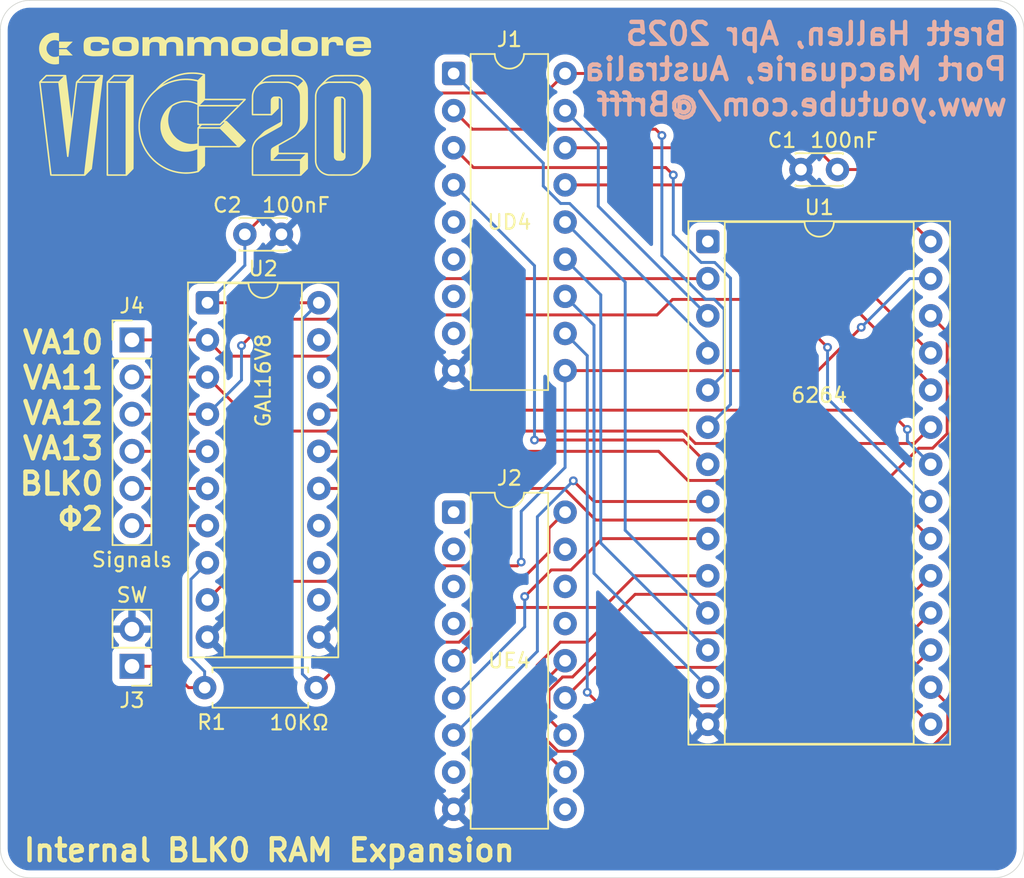
<source format=kicad_pcb>
(kicad_pcb (version 20241229) (generator "pcbnew") (generator_version "9.0")
  (title_block (title "Commodore VIC-20 BLK0 RAM Expansion ") (date "25-Apr-2025") (rev "A") (company "Brett Hallen") (comment 1 "www.youtube.com/@Brfff") (comment 2 ">>> UNTESTED <<<"))
  (layers (0 "F.Cu" signal) (2 "B.Cu" signal) (13 "F.Paste" user) (15 "B.Paste" user) (5 "F.SilkS" user "F.Silkscreen") (7 "B.SilkS" user "B.Silkscreen") (1 "F.Mask" user) (3 "B.Mask" user) (25 "Edge.Cuts" user))
  (net 0 "")
  (net 1 "+5V")
  (net 2 "GND")
  (net 3 "VA4")
  (net 4 "VA3")
  (net 5 "VA5")
  (net 6 "VA2")
  (net 7 "VA0")
  (net 8 "VA8")
  (net 9 "BD1")
  (net 10 "BD2")
  (net 11 "BD3")
  (net 12 "VA6")
  (net 14 "BD0")
  (net 15 "VA7")
  (net 16 "VR{slash}W")
  (net 17 "VA1")
  (net 18 "VA9")
  (net 19 "BD7")
  (net 20 "BD6")
  (net 25 "BD5")
  (net 28 "BD4")
  (net 32 "S")
  (net 33 "BLK0{slash}G2A")
  (net 34 "VA12")
  (net 35 "VA10")
  (net 36 "VA13{slash}G1")
  (net 37 "Φ2")
  (net 38 "VA11")
  (net 39 "~{CS1}")
  (net 40 "~{ΟΕ}")
  (net 41 "CS2")
  (footprint "Connector_PinHeader_2.54mm:PinHeader_1x06_P2.54mm_Vertical" (layer "F.Cu") (at 58.04 54.34)
    (property "Reference" "J4" (at 0 -2.33 0) (layer "F.SilkS"))
    (property "Value" "Signals" (at 0 15.03 0) (layer "F.SilkS"))
    (pad "1" thru_hole rect (at 0 0) (size 1.7 1.7) (drill 1) (layers "*.Cu" "*.Mask") (net 35 "VA10"))
    (pad "2" thru_hole oval (at 0 2.54) (size 1.7 1.7) (drill 1) (layers "*.Cu" "*.Mask") (net 38 "VA11"))
    (pad "3" thru_hole oval (at 0 5.08) (size 1.7 1.7) (drill 1) (layers "*.Cu" "*.Mask") (net 34 "VA12"))
    (pad "4" thru_hole oval (at 0 7.62) (size 1.7 1.7) (drill 1) (layers "*.Cu" "*.Mask") (net 36 "VA13{slash}G1"))
    (pad "5" thru_hole oval (at 0 10.16) (size 1.7 1.7) (drill 1) (layers "*.Cu" "*.Mask") (net 33 "BLK0{slash}G2A"))
    (pad "6" thru_hole oval (at 0 12.7) (size 1.7 1.7) (drill 1) (layers "*.Cu" "*.Mask") (net 37 "Φ2"))
  )
  (footprint "Connector_PinHeader_2.54mm:PinHeader_1x02_P2.54mm_Vertical" (layer "F.Cu") (at 58.04 76.66 180)
    (property "Reference" "J3" (at 0 -2.33 0) (layer "F.SilkS"))
    (property "Value" "SW" (at 0 4.87 0) (layer "F.SilkS"))
    (pad "1" thru_hole rect (at 0 0 180) (size 1.7 1.7) (drill 1) (layers "*.Cu" "*.Mask") (net 32 "S"))
    (pad "2" thru_hole oval (at 0 2.54 180) (size 1.7 1.7) (drill 1) (layers "*.Cu" "*.Mask") (net 2 "GND"))
  )
  (footprint "Package_DIP:DIP-18_W7.62mm" (layer "F.Cu") (at 80.04 66.12)
    (property "Reference" "J2" (at 3.81 -2.33 0) (layer "F.SilkS"))
    (property "Value" "UE4" (at 3.805 10.16 0) (layer "F.SilkS"))
    (pad "1" thru_hole roundrect (at 0 0) (size 1.6 1.6) (drill 0.8) (layers "*.Cu" "*.Mask") (roundrect_rratio 0.15625))
    (pad "2" thru_hole circle (at 0 2.54) (size 1.6 1.6) (drill 0.8) (layers "*.Cu" "*.Mask"))
    (pad "3" thru_hole circle (at 0 5.08) (size 1.6 1.6) (drill 0.8) (layers "*.Cu" "*.Mask"))
    (pad "4" thru_hole circle (at 0 7.62) (size 1.6 1.6) (drill 0.8) (layers "*.Cu" "*.Mask"))
    (pad "5" thru_hole circle (at 0 10.16) (size 1.6 1.6) (drill 0.8) (layers "*.Cu" "*.Mask") (net 7 "VA0"))
    (pad "6" thru_hole circle (at 0 12.7) (size 1.6 1.6) (drill 0.8) (layers "*.Cu" "*.Mask") (net 17 "VA1"))
    (pad "7" thru_hole circle (at 0 15.24) (size 1.6 1.6) (drill 0.8) (layers "*.Cu" "*.Mask") (net 6 "VA2"))
    (pad "8" thru_hole circle (at 0 17.78) (size 1.6 1.6) (drill 0.8) (layers "*.Cu" "*.Mask"))
    (pad "9" thru_hole circle (at 0 20.32) (size 1.6 1.6) (drill 0.8) (layers "*.Cu" "*.Mask") (net 2 "GND"))
    (pad "10" thru_hole circle (at 7.62 20.32) (size 1.6 1.6) (drill 0.8) (layers "*.Cu" "*.Mask"))
    (pad "11" thru_hole circle (at 7.62 17.78) (size 1.6 1.6) (drill 0.8) (layers "*.Cu" "*.Mask") (net 19 "BD7"))
    (pad "12" thru_hole circle (at 7.62 15.24) (size 1.6 1.6) (drill 0.8) (layers "*.Cu" "*.Mask") (net 20 "BD6"))
    (pad "13" thru_hole circle (at 7.62 12.7) (size 1.6 1.6) (drill 0.8) (layers "*.Cu" "*.Mask") (net 25 "BD5"))
    (pad "14" thru_hole circle (at 7.62 10.16) (size 1.6 1.6) (drill 0.8) (layers "*.Cu" "*.Mask") (net 28 "BD4"))
    (pad "15" thru_hole circle (at 7.62 7.62) (size 1.6 1.6) (drill 0.8) (layers "*.Cu" "*.Mask"))
    (pad "16" thru_hole circle (at 7.62 5.08) (size 1.6 1.6) (drill 0.8) (layers "*.Cu" "*.Mask"))
    (pad "17" thru_hole circle (at 7.62 2.54) (size 1.6 1.6) (drill 0.8) (layers "*.Cu" "*.Mask"))
    (pad "18" thru_hole circle (at 7.62 0) (size 1.6 1.6) (drill 0.8) (layers "*.Cu" "*.Mask") (net 1 "+5V"))
  )
  (footprint "Package_DIP:DIP-18_W7.62mm" (layer "F.Cu") (at 80.04 36.12)
    (property "Reference" "J1" (at 3.81 -2.33 0) (layer "F.SilkS"))
    (property "Value" "UD4" (at 3.805 10.16 0) (layer "F.SilkS"))
    (pad "1" thru_hole roundrect (at 0 0) (size 1.6 1.6) (drill 0.8) (layers "*.Cu" "*.Mask") (roundrect_rratio 0.15625) (net 12 "VA6"))
    (pad "2" thru_hole circle (at 0 2.54) (size 1.6 1.6) (drill 0.8) (layers "*.Cu" "*.Mask") (net 5 "VA5"))
    (pad "3" thru_hole circle (at 0 5.08) (size 1.6 1.6) (drill 0.8) (layers "*.Cu" "*.Mask") (net 3 "VA4"))
    (pad "4" thru_hole circle (at 0 7.62) (size 1.6 1.6) (drill 0.8) (layers "*.Cu" "*.Mask") (net 4 "VA3"))
    (pad "5" thru_hole circle (at 0 10.16) (size 1.6 1.6) (drill 0.8) (layers "*.Cu" "*.Mask"))
    (pad "6" thru_hole circle (at 0 12.7) (size 1.6 1.6) (drill 0.8) (layers "*.Cu" "*.Mask"))
    (pad "7" thru_hole circle (at 0 15.24) (size 1.6 1.6) (drill 0.8) (layers "*.Cu" "*.Mask"))
    (pad "8" thru_hole circle (at 0 17.78) (size 1.6 1.6) (drill 0.8) (layers "*.Cu" "*.Mask"))
    (pad "9" thru_hole circle (at 0 20.32) (size 1.6 1.6) (drill 0.8) (layers "*.Cu" "*.Mask") (net 2 "GND"))
    (pad "10" thru_hole circle (at 7.62 20.32) (size 1.6 1.6) (drill 0.8) (layers "*.Cu" "*.Mask") (net 16 "VR{slash}W"))
    (pad "11" thru_hole circle (at 7.62 17.78) (size 1.6 1.6) (drill 0.8) (layers "*.Cu" "*.Mask") (net 11 "BD3"))
    (pad "12" thru_hole circle (at 7.62 15.24) (size 1.6 1.6) (drill 0.8) (layers "*.Cu" "*.Mask") (net 10 "BD2"))
    (pad "13" thru_hole circle (at 7.62 12.7) (size 1.6 1.6) (drill 0.8) (layers "*.Cu" "*.Mask") (net 9 "BD1"))
    (pad "14" thru_hole circle (at 7.62 10.16) (size 1.6 1.6) (drill 0.8) (layers "*.Cu" "*.Mask") (net 14 "BD0"))
    (pad "15" thru_hole circle (at 7.62 7.62) (size 1.6 1.6) (drill 0.8) (layers "*.Cu" "*.Mask") (net 18 "VA9"))
    (pad "16" thru_hole circle (at 7.62 5.08) (size 1.6 1.6) (drill 0.8) (layers "*.Cu" "*.Mask") (net 8 "VA8"))
    (pad "17" thru_hole circle (at 7.62 2.54) (size 1.6 1.6) (drill 0.8) (layers "*.Cu" "*.Mask") (net 15 "VA7"))
    (pad "18" thru_hole circle (at 7.62 0) (size 1.6 1.6) (drill 0.8) (layers "*.Cu" "*.Mask") (net 1 "+5V"))
  )
  (footprint "Package_DIP:DIP-20_W7.62mm_Socket" (layer "F.Cu") (at 63.2 51.8)
    (property "Reference" "U2" (at 3.81 -2.33 0) (layer "F.SilkS"))
    (property "Value" "GAL16V8" (at 3.81 5.32 90) (layer "F.SilkS"))
    (pad "1" thru_hole roundrect (at 0 0) (size 1.6 1.6) (drill 0.8) (layers "*.Cu" "*.Mask") (roundrect_rratio 0.15625) (net 1 "+5V"))
    (pad "2" thru_hole circle (at 0 2.54) (size 1.6 1.6) (drill 0.8) (layers "*.Cu" "*.Mask") (net 35 "VA10"))
    (pad "3" thru_hole circle (at 0 5.08) (size 1.6 1.6) (drill 0.8) (layers "*.Cu" "*.Mask") (net 38 "VA11"))
    (pad "4" thru_hole circle (at 0 7.62) (size 1.6 1.6) (drill 0.8) (layers "*.Cu" "*.Mask") (net 34 "VA12"))
    (pad "5" thru_hole circle (at 0 10.16) (size 1.6 1.6) (drill 0.8) (layers "*.Cu" "*.Mask") (net 36 "VA13{slash}G1"))
    (pad "6" thru_hole circle (at 0 12.7) (size 1.6 1.6) (drill 0.8) (layers "*.Cu" "*.Mask") (net 33 "BLK0{slash}G2A"))
    (pad "7" thru_hole circle (at 0 15.24) (size 1.6 1.6) (drill 0.8) (layers "*.Cu" "*.Mask") (net 37 "Φ2"))
    (pad "8" thru_hole circle (at 0 17.78) (size 1.6 1.6) (drill 0.8) (layers "*.Cu" "*.Mask") (net 32 "S"))
    (pad "9" thru_hole circle (at 0 20.32) (size 1.6 1.6) (drill 0.8) (layers "*.Cu" "*.Mask") (net 16 "VR{slash}W"))
    (pad "10" thru_hole circle (at 0 22.86) (size 1.6 1.6) (drill 0.8) (layers "*.Cu" "*.Mask") (net 2 "GND"))
    (pad "11" thru_hole circle (at 7.62 22.86) (size 1.6 1.6) (drill 0.8) (layers "*.Cu" "*.Mask") (net 2 "GND"))
    (pad "12" thru_hole circle (at 7.62 20.32) (size 1.6 1.6) (drill 0.8) (layers "*.Cu" "*.Mask"))
    (pad "13" thru_hole circle (at 7.62 17.78) (size 1.6 1.6) (drill 0.8) (layers "*.Cu" "*.Mask"))
    (pad "14" thru_hole circle (at 7.62 15.24) (size 1.6 1.6) (drill 0.8) (layers "*.Cu" "*.Mask"))
    (pad "15" thru_hole circle (at 7.62 12.7) (size 1.6 1.6) (drill 0.8) (layers "*.Cu" "*.Mask") (net 39 "~{CS1}"))
    (pad "16" thru_hole circle (at 7.62 10.16) (size 1.6 1.6) (drill 0.8) (layers "*.Cu" "*.Mask") (net 41 "CS2"))
    (pad "17" thru_hole circle (at 7.62 7.62) (size 1.6 1.6) (drill 0.8) (layers "*.Cu" "*.Mask") (net 40 "~{ΟΕ}"))
    (pad "18" thru_hole circle (at 7.62 5.08) (size 1.6 1.6) (drill 0.8) (layers "*.Cu" "*.Mask"))
    (pad "19" thru_hole circle (at 7.62 2.54) (size 1.6 1.6) (drill 0.8) (layers "*.Cu" "*.Mask"))
    (pad "20" thru_hole circle (at 7.62 0) (size 1.6 1.6) (drill 0.8) (layers "*.Cu" "*.Mask") (net 1 "+5V"))
  )
  (footprint "Capacitor_THT:C_Disc_D3.0mm_W2.0mm_P2.50mm" (layer "F.Cu") (at 106.29 42.69 180)
    (property "Reference" "C1" (at 3.795652 2 0) (layer "F.SilkS"))
    (property "Value" "100nF" (at -0.454348 2 0) (layer "F.SilkS"))
    (pad "1" thru_hole circle (at 0 0 180) (size 1.6 1.6) (drill 0.8) (layers "*.Cu" "*.Mask") (net 1 "+5V"))
    (pad "2" thru_hole circle (at 2.5 0 180) (size 1.6 1.6) (drill 0.8) (layers "*.Cu" "*.Mask") (net 2 "GND"))
  )
  (footprint "Resistor_THT:R_Axial_DIN0207_L6.3mm_D2.5mm_P7.62mm_Horizontal" (layer "F.Cu") (at 70.63 78.12 180)
    (property "Reference" "R1" (at 7.15 -2.37 0) (layer "F.SilkS"))
    (property "Value" "10KΩ" (at 1.15 -2.4 0) (layer "F.SilkS"))
    (pad "1" thru_hole circle (at 0 0 180) (size 1.6 1.6) (drill 0.8) (layers "*.Cu" "*.Mask") (net 1 "+5V"))
    (pad "2" thru_hole oval (at 7.62 0 180) (size 1.6 1.6) (drill 0.8) (layers "*.Cu" "*.Mask") (net 32 "S"))
  )
  (footprint "LOGO" (layer "F.Cu") (at 63.04 38.12)
    (property "Reference" "G***" (hide yes))
    (property "Value" "LOGO" (hide yes))
  )
  (footprint "Package_DIP:DIP-28_W15.24mm_Socket" (layer "F.Cu") (at 97.42 47.61)
    (property "Reference" "U1" (at 7.62 -2.33 0) (layer "F.SilkS"))
    (property "Value" "6264" (at 7.62 10.51 0) (layer "F.SilkS"))
    (pad "1" thru_hole roundrect (at 0 0) (size 1.6 1.6) (drill 0.8) (layers "*.Cu" "*.Mask") (roundrect_rratio 0.15625))
    (pad "2" thru_hole circle (at 0 2.54) (size 1.6 1.6) (drill 0.8) (layers "*.Cu" "*.Mask") (net 34 "VA12"))
    (pad "3" thru_hole circle (at 0 5.08) (size 1.6 1.6) (drill 0.8) (layers "*.Cu" "*.Mask") (net 15 "VA7"))
    (pad "4" thru_hole circle (at 0 7.62) (size 1.6 1.6) (drill 0.8) (layers "*.Cu" "*.Mask") (net 12 "VA6"))
    (pad "5" thru_hole circle (at 0 10.16) (size 1.6 1.6) (drill 0.8) (layers "*.Cu" "*.Mask") (net 5 "VA5"))
    (pad "6" thru_hole circle (at 0 12.7) (size 1.6 1.6) (drill 0.8) (layers "*.Cu" "*.Mask") (net 3 "VA4"))
    (pad "7" thru_hole circle (at 0 15.24) (size 1.6 1.6) (drill 0.8) (layers "*.Cu" "*.Mask") (net 4 "VA3"))
    (pad "8" thru_hole circle (at 0 17.78) (size 1.6 1.6) (drill 0.8) (layers "*.Cu" "*.Mask") (net 6 "VA2"))
    (pad "9" thru_hole circle (at 0 20.32) (size 1.6 1.6) (drill 0.8) (layers "*.Cu" "*.Mask") (net 17 "VA1"))
    (pad "10" thru_hole circle (at 0 22.86) (size 1.6 1.6) (drill 0.8) (layers "*.Cu" "*.Mask") (net 7 "VA0"))
    (pad "11" thru_hole circle (at 0 25.4) (size 1.6 1.6) (drill 0.8) (layers "*.Cu" "*.Mask") (net 14 "BD0"))
    (pad "12" thru_hole circle (at 0 27.94) (size 1.6 1.6) (drill 0.8) (layers "*.Cu" "*.Mask") (net 9 "BD1"))
    (pad "13" thru_hole circle (at 0 30.48) (size 1.6 1.6) (drill 0.8) (layers "*.Cu" "*.Mask") (net 10 "BD2"))
    (pad "14" thru_hole circle (at 0 33.02) (size 1.6 1.6) (drill 0.8) (layers "*.Cu" "*.Mask") (net 2 "GND"))
    (pad "15" thru_hole circle (at 15.24 33.02) (size 1.6 1.6) (drill 0.8) (layers "*.Cu" "*.Mask") (net 11 "BD3"))
    (pad "16" thru_hole circle (at 15.24 30.48) (size 1.6 1.6) (drill 0.8) (layers "*.Cu" "*.Mask") (net 28 "BD4"))
    (pad "17" thru_hole circle (at 15.24 27.94) (size 1.6 1.6) (drill 0.8) (layers "*.Cu" "*.Mask") (net 25 "BD5"))
    (pad "18" thru_hole circle (at 15.24 25.4) (size 1.6 1.6) (drill 0.8) (layers "*.Cu" "*.Mask") (net 20 "BD6"))
    (pad "19" thru_hole circle (at 15.24 22.86) (size 1.6 1.6) (drill 0.8) (layers "*.Cu" "*.Mask") (net 19 "BD7"))
    (pad "20" thru_hole circle (at 15.24 20.32) (size 1.6 1.6) (drill 0.8) (layers "*.Cu" "*.Mask") (net 39 "~{CS1}"))
    (pad "21" thru_hole circle (at 15.24 17.78) (size 1.6 1.6) (drill 0.8) (layers "*.Cu" "*.Mask") (net 35 "VA10"))
    (pad "22" thru_hole circle (at 15.24 15.24) (size 1.6 1.6) (drill 0.8) (layers "*.Cu" "*.Mask") (net 40 "~{ΟΕ}"))
    (pad "23" thru_hole circle (at 15.24 12.7) (size 1.6 1.6) (drill 0.8) (layers "*.Cu" "*.Mask") (net 38 "VA11"))
    (pad "24" thru_hole circle (at 15.24 10.16) (size 1.6 1.6) (drill 0.8) (layers "*.Cu" "*.Mask") (net 18 "VA9"))
    (pad "25" thru_hole circle (at 15.24 7.62) (size 1.6 1.6) (drill 0.8) (layers "*.Cu" "*.Mask") (net 8 "VA8"))
    (pad "26" thru_hole circle (at 15.24 5.08) (size 1.6 1.6) (drill 0.8) (layers "*.Cu" "*.Mask") (net 41 "CS2"))
    (pad "27" thru_hole circle (at 15.24 2.54) (size 1.6 1.6) (drill 0.8) (layers "*.Cu" "*.Mask") (net 16 "VR{slash}W"))
    (pad "28" thru_hole circle (at 15.24 0) (size 1.6 1.6) (drill 0.8) (layers "*.Cu" "*.Mask") (net 1 "+5V"))
  )
  (footprint "Capacitor_THT:C_Disc_D3.0mm_W2.0mm_P2.50mm" (layer "F.Cu") (at 65.76 47.12)
    (property "Reference" "C2" (at -1.2 -2 0) (layer "F.SilkS"))
    (property "Value" "100nF" (at 3.5 -2 0) (layer "F.SilkS"))
    (pad "1" thru_hole circle (at 0 0) (size 1.6 1.6) (drill 0.8) (layers "*.Cu" "*.Mask") (net 1 "+5V"))
    (pad "2" thru_hole circle (at 2.5 0) (size 1.6 1.6) (drill 0.8) (layers "*.Cu" "*.Mask") (net 2 "GND"))
  )
  (gr_arc (start 119.04 89.12) (mid 118.454214 90.534214) (end 117.04 91.12) (stroke (width 0.05)) (layer "Edge.Cuts"))
  (gr_line (start 51.04 31.12) (end 117.04 31.12) (stroke (width 0.05)) (layer "Edge.Cuts"))
  (gr_arc (start 117.04 31.12) (mid 118.454214 31.705786) (end 119.04 33.12) (stroke (width 0.05)) (layer "Edge.Cuts"))
  (gr_line (start 49.04 89.12) (end 49.04 33.12) (stroke (width 0.05)) (layer "Edge.Cuts"))
  (gr_arc (start 51.04 91.12) (mid 49.625786 90.534214) (end 49.04 89.12) (stroke (width 0.05)) (layer "Edge.Cuts"))
  (gr_arc (start 49.04 33.12) (mid 49.625786 31.705786) (end 51.04 31.12) (stroke (width 0.05)) (layer "Edge.Cuts"))
  (gr_line (start 117.04 91.12) (end 51.04 91.12) (stroke (width 0.05)) (layer "Edge.Cuts"))
  (gr_line (start 119.04 33.12) (end 119.04 89.12) (stroke (width 0.05)) (layer "Edge.Cuts"))
  (gr_text "Internal BLK0 RAM Expansion" (at 50.48 90.12 0) (layer "F.SilkS") (effects (font (size 1.5 1.5) (thickness 0.3) (bold yes)) (justify left bottom)))
  (gr_text "VA10\nVA11\nVA12\nVA13\nBLK0\nΦ2" (at 56.24 67.462974 0) (layer "F.SilkS") (effects (font (size 1.5 1.5) (thickness 0.3) (bold yes)) (justify right bottom)))
  (gr_text "Brett Hallen, Apr 2025\nPort Macquarie, Australia\nwww.youtube.com/@Brfff" (at 118.04 39.12 0) (layer "B.SilkS") (effects (font (size 1.5 1.5) (thickness 0.3) (bold yes)) (justify left bottom mirror)))
  (segment (start 87.66 66.12) (end 86.5583 67.2217) (width 0.2) (layer "F.Cu") (net 1))
  (segment (start 70.82 51.8) (end 63.2 51.8) (width 0.2) (layer "F.Cu") (net 1))
  (segment (start 86.5583 68.8645) (end 80.4128 75.01) (width 0.2) (layer "F.Cu") (net 1))
  (segment (start 80.4128 75.01) (end 73.74 75.01) (width 0.2) (layer "F.Cu") (net 1))
  (segment (start 86.5583 67.2217) (end 86.5583 68.8645) (width 0.2) (layer "F.Cu") (net 1))
  (segment (start 99.72 36.12) (end 106.29 42.69) (width 0.2) (layer "F.Cu") (net 1))
  (segment (start 87.66 36.12) (end 86.326 37.454) (width 0.2) (layer "F.Cu") (net 1))
  (segment (start 86.326 37.454) (end 75.426 37.454) (width 0.2) (layer "F.Cu") (net 1))
  (segment (start 106.29 42.69) (end 107.74 42.69) (width 0.2) (layer "F.Cu") (net 1))
  (segment (start 87.66 36.12) (end 99.72 36.12) (width 0.2) (layer "F.Cu") (net 1))
  (segment (start 75.426 37.454) (end 65.76 47.12) (width 0.2) (layer "F.Cu") (net 1))
  (segment (start 107.74 42.69) (end 112.66 47.61) (width 0.2) (layer "F.Cu") (net 1))
  (segment (start 73.74 75.01) (end 70.63 78.12) (width 0.2) (layer "F.Cu") (net 1))
  (segment (start 69.6926 52.9274) (end 70.82 51.8) (width 0.2) (layer "B.Cu") (net 1))
  (segment (start 69.6926 77.1826) (end 69.6926 52.9274) (width 0.2) (layer "B.Cu") (net 1))
  (segment (start 70.63 78.12) (end 69.6926 77.1826) (width 0.2) (layer "B.Cu") (net 1))
  (segment (start 65.76 49.24) (end 63.2 51.8) (width 0.2) (layer "B.Cu") (net 1))
  (segment (start 65.76 47.12) (end 65.76 49.24) (width 0.2) (layer "B.Cu") (net 1))
  (segment (start 95.0588 43.063) (end 94.5508 42.555) (width 0.2) (layer "F.Cu") (net 3))
  (segment (start 81.395 42.555) (end 80.04 41.2) (width 0.2) (layer "F.Cu") (net 3))
  (segment (start 94.5508 42.555) (end 81.395 42.555) (width 0.2) (layer "F.Cu") (net 3))
  (via (at 95.0588 43.063) (size 0.6) (drill 0.3) (layers "F.Cu" "B.Cu") (net 3))
  (segment (start 98.9725 58.7575) (end 98.9725 50.1208) (width 0.2) (layer "B.Cu") (net 3))
  (segment (start 95.0588 47.137) (end 95.0588 43.063) (width 0.2) (layer "B.Cu") (net 3))
  (segment (start 97.8934 49.0417) (end 96.9635 49.0417) (width 0.2) (layer "B.Cu") (net 3))
  (segment (start 96.9635 49.0417) (end 95.0588 47.137) (width 0.2) (layer "B.Cu") (net 3))
  (segment (start 98.9725 50.1208) (end 97.8934 49.0417) (width 0.2) (layer "B.Cu") (net 3))
  (segment (start 97.42 60.31) (end 98.9725 58.7575) (width 0.2) (layer "B.Cu") (net 3))
  (segment (start 95.7568 61.1868) (end 85.5681 61.1868) (width 0.2) (layer "F.Cu") (net 4))
  (segment (start 97.42 62.85) (end 95.7568 61.1868) (width 0.2) (layer "F.Cu") (net 4))
  (via (at 85.5681 61.1868) (size 0.6) (drill 0.3) (layers "F.Cu" "B.Cu") (net 4))
  (segment (start 85.5681 49.2681) (end 85.5681 61.1868) (width 0.2) (layer "B.Cu") (net 4))
  (segment (start 80.04 43.74) (end 85.5681 49.2681) (width 0.2) (layer "B.Cu") (net 4))
  (segment (start 81.31 39.93) (end 80.04 38.66) (width 0.2) (layer "F.Cu") (net 5))
  (segment (start 94.2775 40.3597) (end 93.8478 39.93) (width 0.2) (layer "F.Cu") (net 5))
  (segment (start 93.8478 39.93) (end 81.31 39.93) (width 0.2) (layer "F.Cu") (net 5))
  (via (at 94.2775 40.3597) (size 0.6) (drill 0.3) (layers "F.Cu" "B.Cu") (net 5))
  (segment (start 97.8549 51.5615) (end 97.2584 51.5615) (width 0.2) (layer "B.Cu") (net 5))
  (segment (start 97.2584 51.5615) (end 94.2775 48.5806) (width 0.2) (layer "B.Cu") (net 5))
  (segment (start 98.5399 52.2465) (end 97.8549 51.5615) (width 0.2) (layer "B.Cu") (net 5))
  (segment (start 97.42 57.77) (end 98.5399 56.6501) (width 0.2) (layer "B.Cu") (net 5))
  (segment (start 94.2775 48.5806) (end 94.2775 40.3597) (width 0.2) (layer "B.Cu") (net 5))
  (segment (start 98.5399 56.6501) (end 98.5399 52.2465) (width 0.2) (layer "B.Cu") (net 5))
  (segment (start 97.42 65.39) (end 89.6364 65.39) (width 0.2) (layer "F.Cu") (net 6))
  (segment (start 89.6364 65.39) (end 88.2215 63.9751) (width 0.2) (layer "F.Cu") (net 6))
  (via (at 88.2215 63.9751) (size 0.6) (drill 0.3) (layers "F.Cu" "B.Cu") (net 6))
  (segment (start 80.04 81.36) (end 85.7641 75.6359) (width 0.2) (layer "B.Cu") (net 6))
  (segment (start 85.7641 75.6359) (end 85.7641 66.4325) (width 0.2) (layer "B.Cu") (net 6))
  (segment (start 85.7641 66.4325) (end 88.2215 63.9751) (width 0.2) (layer "B.Cu") (net 6))
  (segment (start 80.04 76.28) (end 83.6817 72.6383) (width 0.2) (layer "F.Cu") (net 7))
  (segment (start 92.4458 70.47) (end 97.42 70.47) (width 0.2) (layer "F.Cu") (net 7))
  (segment (start 83.6817 72.6383) (end 90.2775 72.6383) (width 0.2) (layer "F.Cu") (net 7))
  (segment (start 90.2775 72.6383) (end 92.4458 70.47) (width 0.2) (layer "F.Cu") (net 7))
  (segment (start 98.63 41.2) (end 112.66 55.23) (width 0.2) (layer "F.Cu") (net 8))
  (segment (start 87.66 41.2) (end 98.63 41.2) (width 0.2) (layer "F.Cu") (net 8))
  (segment (start 90.0993 51.2593) (end 87.66 48.82) (width 0.2) (layer "B.Cu") (net 9))
  (segment (start 90.0993 68.2293) (end 90.0993 51.2593) (width 0.2) (layer "B.Cu") (net 9))
  (segment (start 97.42 75.55) (end 90.0993 68.2293) (width 0.2) (layer "B.Cu") (net 9))
  (segment (start 87.66 51.36) (end 89.6372 53.3372) (width 0.2) (layer "B.Cu") (net 10))
  (segment (start 89.6372 70.3072) (end 97.42 78.09) (width 0.2) (layer "B.Cu") (net 10))
  (segment (start 89.6372 53.3372) (end 89.6372 70.3072) (width 0.2) (layer "B.Cu") (net 10))
  (segment (start 111.39 79.36) (end 90.0975 79.36) (width 0.2) (layer "F.Cu") (net 11))
  (segment (start 90.0975 79.36) (end 89.175 78.4375) (width 0.2) (layer "F.Cu") (net 11))
  (segment (start 112.66 80.63) (end 111.39 79.36) (width 0.2) (layer "F.Cu") (net 11))
  (via (at 89.175 78.4375) (size 0.6) (drill 0.3) (layers "F.Cu" "B.Cu") (net 11))
  (segment (start 89.175 55.415) (end 89.175 78.4375) (width 0.2) (layer "B.Cu") (net 11))
  (segment (start 87.66 53.9) (end 89.175 55.415) (width 0.2) (layer "B.Cu") (net 11))
  (segment (start 97.42 54.4579) (end 97.42 55.23) (width 0.2) (layer "B.Cu") (net 12))
  (segment (start 86.1692 43.8202) (end 87.359 45.01) (width 0.2) (layer "B.Cu") (net 12))
  (segment (start 87.359 45.01) (end 87.9721 45.01) (width 0.2) (layer "B.Cu") (net 12))
  (segment (start 80.04 36.12) (end 86.1692 42.2492) (width 0.2) (layer "B.Cu") (net 12))
  (segment (start 87.9721 45.01) (end 97.42 54.4579) (width 0.2) (layer "B.Cu") (net 12))
  (segment (start 86.1692 42.2492) (end 86.1692 43.8202) (width 0.2) (layer "B.Cu") (net 12))
  (segment (start 91.77 50.39) (end 87.66 46.28) (width 0.2) (layer "B.Cu") (net 14))
  (segment (start 97.42 73.01) (end 91.77 67.36) (width 0.2) (layer "B.Cu") (net 14))
  (segment (start 91.77 67.36) (end 91.77 50.39) (width 0.2) (layer "B.Cu") (net 14))
  (segment (start 87.66 38.66) (end 89.9302 40.9302) (width 0.2) (layer "B.Cu") (net 15))
  (segment (start 89.9302 40.9302) (end 89.9302 45.2002) (width 0.2) (layer "B.Cu") (net 15))
  (segment (start 89.9302 45.2002) (end 97.42 52.69) (width 0.2) (layer "B.Cu") (net 15))
  (segment (start 107.913 53.4798) (end 104.953 56.44) (width 0.2) (layer "F.Cu") (net 16))
  (segment (start 75.0401 70.85) (end 64.47 70.85) (width 0.2) (layer "F.Cu") (net 16))
  (segment (start 76.1017 69.7884) (end 75.0401 70.85) (width 0.2) (layer "F.Cu") (net 16))
  (segment (start 104.953 56.44) (end 87.66 56.44) (width 0.2) (layer "F.Cu") (net 16))
  (segment (start 64.47 70.85) (end 63.2 72.12) (width 0.2) (layer "F.Cu") (net 16))
  (segment (start 84.3995 69.7884) (end 76.1017 69.7884) (width 0.2) (layer "F.Cu") (net 16))
  (segment (start 84.6601 69.5278) (end 84.3995 69.7884) (width 0.2) (layer "F.Cu") (net 16))
  (via (at 84.6601 69.5278) (size 0.6) (drill 0.3) (layers "F.Cu" "B.Cu") (net 16))
  (via (at 107.913 53.4798) (size 0.6) (drill 0.3) (layers "F.Cu" "B.Cu") (net 16))
  (segment (start 87.66 63.0634) (end 84.6601 66.0633) (width 0.2) (layer "B.Cu") (net 16))
  (segment (start 111.243 50.15) (end 107.913 53.4798) (width 0.2) (layer "B.Cu") (net 16))
  (segment (start 112.66 50.15) (end 111.243 50.15) (width 0.2) (layer "B.Cu") (net 16))
  (segment (start 84.6601 66.0633) (end 84.6601 69.5278) (width 0.2) (layer "B.Cu") (net 16))
  (segment (start 87.66 56.44) (end 87.66 63.0634) (width 0.2) (layer "B.Cu") (net 16))
  (segment (start 88.0602 70.0698) (end 90.2 67.93) (width 0.2) (layer "F.Cu") (net 17))
  (segment (start 84.8984 71.8921) (end 86.7207 70.0698) (width 0.2) (layer "F.Cu") (net 17))
  (segment (start 86.7207 70.0698) (end 88.0602 70.0698) (width 0.2) (layer "F.Cu") (net 17))
  (segment (start 90.2 67.93) (end 97.42 67.93) (width 0.2) (layer "F.Cu") (net 17))
  (via (at 84.8984 71.8921) (size 0.6) (drill 0.3) (layers "F.Cu" "B.Cu") (net 17))
  (segment (start 80.04 78.82) (end 84.8984 73.9616) (width 0.2) (layer "B.Cu") (net 17))
  (segment (start 84.8984 73.9616) (end 84.8984 71.8921) (width 0.2) (layer "B.Cu") (net 17))
  (segment (start 112.66 57.77) (end 112.66 57.3758) (width 0.2) (layer "F.Cu") (net 18))
  (segment (start 99.0242 43.74) (end 87.66 43.74) (width 0.2) (layer "F.Cu") (net 18))
  (segment (start 112.66 57.3758) (end 99.0242 43.74) (width 0.2) (layer "F.Cu") (net 18))
  (segment (start 112.66 70.47) (end 111.39 71.74) (width 0.2) (layer "F.Cu") (net 19))
  (segment (start 111.39 71.74) (end 92.4462 71.74) (width 0.2) (layer "F.Cu") (net 19))
  (segment (start 87.3326 75.01) (end 85.7518 76.5908) (width 0.2) (layer "F.Cu") (net 19))
  (segment (start 89.1762 75.01) (end 87.3326 75.01) (width 0.2) (layer "F.Cu") (net 19))
  (segment (start 85.7518 81.9918) (end 87.66 83.9) (width 0.2) (layer "F.Cu") (net 19))
  (segment (start 85.7518 76.5908) (end 85.7518 81.9918) (width 0.2) (layer "F.Cu") (net 19))
  (segment (start 92.4462 71.74) (end 89.1762 75.01) (width 0.2) (layer "F.Cu") (net 19))
  (segment (start 91.196 74.365) (end 111.305 74.365) (width 0.2) (layer "F.Cu") (net 20))
  (segment (start 87.4888 77.3902) (end 88.1708 77.3902) (width 0.2) (layer "F.Cu") (net 20))
  (segment (start 88.1708 77.3902) (end 91.196 74.365) (width 0.2) (layer "F.Cu") (net 20))
  (segment (start 111.305 74.365) (end 112.66 73.01) (width 0.2) (layer "F.Cu") (net 20))
  (segment (start 87.66 81.36) (end 86.5552 80.2552) (width 0.2) (layer "F.Cu") (net 20))
  (segment (start 86.5552 78.3238) (end 87.4888 77.3902) (width 0.2) (layer "F.Cu") (net 20))
  (segment (start 86.5552 80.2552) (end 86.5552 78.3238) (width 0.2) (layer "F.Cu") (net 20))
  (segment (start 89.745 76.735) (end 111.475 76.735) (width 0.2) (layer "F.Cu") (net 25))
  (segment (start 111.475 76.735) (end 112.66 75.55) (width 0.2) (layer "F.Cu") (net 25))
  (segment (start 87.66 78.82) (end 89.745 76.735) (width 0.2) (layer "F.Cu") (net 25))
  (segment (start 87.66 76.28) (end 86.1535 77.7865) (width 0.2) (layer "F.Cu") (net 28))
  (segment (start 112.432 82.4725) (end 113.83 81.0746) (width 0.2) (layer "F.Cu") (net 28))
  (segment (start 87.1676 82.4725) (end 112.432 82.4725) (width 0.2) (layer "F.Cu") (net 28))
  (segment (start 113.83 79.2598) (end 112.66 78.09) (width 0.2) (layer "F.Cu") (net 28))
  (segment (start 86.1535 77.7865) (end 86.1535 81.4584) (width 0.2) (layer "F.Cu") (net 28))
  (segment (start 86.1535 81.4584) (end 87.1676 82.4725) (width 0.2) (layer "F.Cu") (net 28))
  (segment (start 113.83 81.0746) (end 113.83 79.2598) (width 0.2) (layer "F.Cu") (net 28))
  (segment (start 60.4483 76.66) (end 58.04 76.66) (width 0.2) (layer "F.Cu") (net 32))
  (segment (start 61.9083 78.12) (end 60.4483 76.66) (width 0.2) (layer "F.Cu") (net 32))
  (segment (start 63.01 78.12) (end 61.9083 78.12) (width 0.2) (layer "F.Cu") (net 32))
  (segment (start 62.0726 70.7074) (end 63.2 69.58) (width 0.2) (layer "B.Cu") (net 32))
  (segment (start 63.01 77.0183) (end 62.0726 76.0809) (width 0.2) (layer "B.Cu") (net 32))
  (segment (start 62.0726 76.0809) (end 62.0726 70.7074) (width 0.2) (layer "B.Cu") (net 32))
  (segment (start 63.01 78.12) (end 63.01 77.0183) (width 0.2) (layer "B.Cu") (net 32))
  (segment (start 58.04 64.5) (end 63.2 64.5) (width 0.2) (layer "F.Cu") (net 33))
  (segment (start 77.9298 50.15) (end 97.42 50.15) (width 0.2) (layer "F.Cu") (net 34))
  (segment (start 67.3364 52.925) (end 75.1548 52.925) (width 0.2) (layer "F.Cu") (net 34))
  (segment (start 65.53 54.7314) (end 67.3364 52.925) (width 0.2) (layer "F.Cu") (net 34))
  (segment (start 75.1548 52.925) (end 77.9298 50.15) (width 0.2) (layer "F.Cu") (net 34))
  (segment (start 58.04 59.42) (end 63.2 59.42) (width 0.2) (layer "F.Cu") (net 34))
  (via (at 65.53 54.7314) (size 0.6) (drill 0.3) (layers "F.Cu" "B.Cu") (net 34))
  (segment (start 65.53 57.09) (end 65.53 54.7314) (width 0.2) (layer "B.Cu") (net 34))
  (segment (start 63.2 59.42) (end 65.53 57.09) (width 0.2) (layer "B.Cu") (net 34))
  (segment (start 93.9505 52.63) (end 95.0093 51.5712) (width 0.2) (layer "F.Cu") (net 35))
  (segment (start 64.3112 55.4512) (end 75.5143 55.4512) (width 0.2) (layer "F.Cu") (net 35))
  (segment (start 75.5143 55.4512) (end 78.3355 52.63) (width 0.2) (layer "F.Cu") (net 35))
  (segment (start 95.0093 51.5712) (end 102.332 51.5712) (width 0.2) (layer "F.Cu") (net 35))
  (segment (start 102.332 51.5712) (end 105.608 54.8481) (width 0.2) (layer "F.Cu") (net 35))
  (segment (start 78.3355 52.63) (end 93.9505 52.63) (width 0.2) (layer "F.Cu") (net 35))
  (segment (start 58.04 54.34) (end 63.2 54.34) (width 0.2) (layer "F.Cu") (net 35))
  (segment (start 63.2 54.34) (end 64.3112 55.4512) (width 0.2) (layer "F.Cu") (net 35))
  (via (at 105.608 54.8481) (size 0.6) (drill 0.3) (layers "F.Cu" "B.Cu") (net 35))
  (segment (start 105.608 58.3384) (end 112.66 65.39) (width 0.2) (layer "B.Cu") (net 35))
  (segment (start 105.608 54.8481) (end 105.608 58.3384) (width 0.2) (layer "B.Cu") (net 35))
  (segment (start 58.04 61.96) (end 63.2 61.96) (width 0.2) (layer "F.Cu") (net 36))
  (segment (start 58.04 67.04) (end 63.2 67.04) (width 0.2) (layer "F.Cu") (net 37))
  (segment (start 95.7186 60.5737) (end 96.5683 61.4234) (width 0.2) (layer "F.Cu") (net 38))
  (segment (start 111.547 61.4234) (end 112.66 60.31) (width 0.2) (layer "F.Cu") (net 38))
  (segment (start 66.8937 60.5737) (end 95.7186 60.5737) (width 0.2) (layer "F.Cu") (net 38))
  (segment (start 63.2 56.88) (end 66.8937 60.5737) (width 0.2) (layer "F.Cu") (net 38))
  (segment (start 58.04 56.88) (end 63.2 56.88) (width 0.2) (layer "F.Cu") (net 38))
  (segment (start 96.5683 61.4234) (end 111.547 61.4234) (width 0.2) (layer "F.Cu") (net 38))
  (segment (start 89.7581 66.66) (end 87.5981 64.5) (width 0.2) (layer "F.Cu") (net 39))
  (segment (start 87.5981 64.5) (end 70.82 64.5) (width 0.2) (layer "F.Cu") (net 39))
  (segment (start 111.39 66.66) (end 89.7581 66.66) (width 0.2) (layer "F.Cu") (net 39))
  (segment (start 112.66 67.93) (end 111.39 66.66) (width 0.2) (layer "F.Cu") (net 39))
  (segment (start 111.068 60.4605) (end 109.754 59.1458) (width 0.2) (layer "F.Cu") (net 40))
  (segment (start 71.0942 59.1458) (end 70.82 59.42) (width 0.2) (layer "F.Cu") (net 40))
  (segment (start 109.754 59.1458) (end 71.0942 59.1458) (width 0.2) (layer "F.Cu") (net 40))
  (via (at 111.068 60.4605) (size 0.6) (drill 0.3) (layers "F.Cu" "B.Cu") (net 40))
  (segment (start 112.66 62.85) (end 111.068 61.2582) (width 0.2) (layer "B.Cu") (net 40))
  (segment (start 111.068 61.2582) (end 111.068 60.4605) (width 0.2) (layer "B.Cu") (net 40))
  (segment (start 111.846 61.7483) (end 109.642 63.9517) (width 0.2) (layer "F.Cu") (net 41))
  (segment (start 109.642 63.9517) (end 96.0524 63.9517) (width 0.2) (layer "F.Cu") (net 41))
  (segment (start 112.787 61.7483) (end 111.846 61.7483) (width 0.2) (layer "F.Cu") (net 41))
  (segment (start 112.66 52.69) (end 113.791 53.8206) (width 0.2) (layer "F.Cu") (net 41))
  (segment (start 96.0524 63.9517) (end 94.0607 61.96) (width 0.2) (layer "F.Cu") (net 41))
  (segment (start 94.0607 61.96) (end 70.82 61.96) (width 0.2) (layer "F.Cu") (net 41))
  (segment (start 113.791 53.8206) (end 113.791 60.7445) (width 0.2) (layer "F.Cu") (net 41))
  (segment (start 113.791 60.7445) (end 112.787 61.7483) (width 0.2) (layer "F.Cu") (net 41))
  (zone (net 2) (net_name "GND") (layer "B.Cu") (connect_pads (clearance 0.5)) (min_thickness 0.25) (fill yes (thermal_gap 0.5) (thermal_bridge_width 0.5))
    (polygon (pts (xy 49.04 31.12) (xy 119.04 31.12) (xy 119.04 91.12) (xy 49.04 91.12)))
  )
)
</source>
